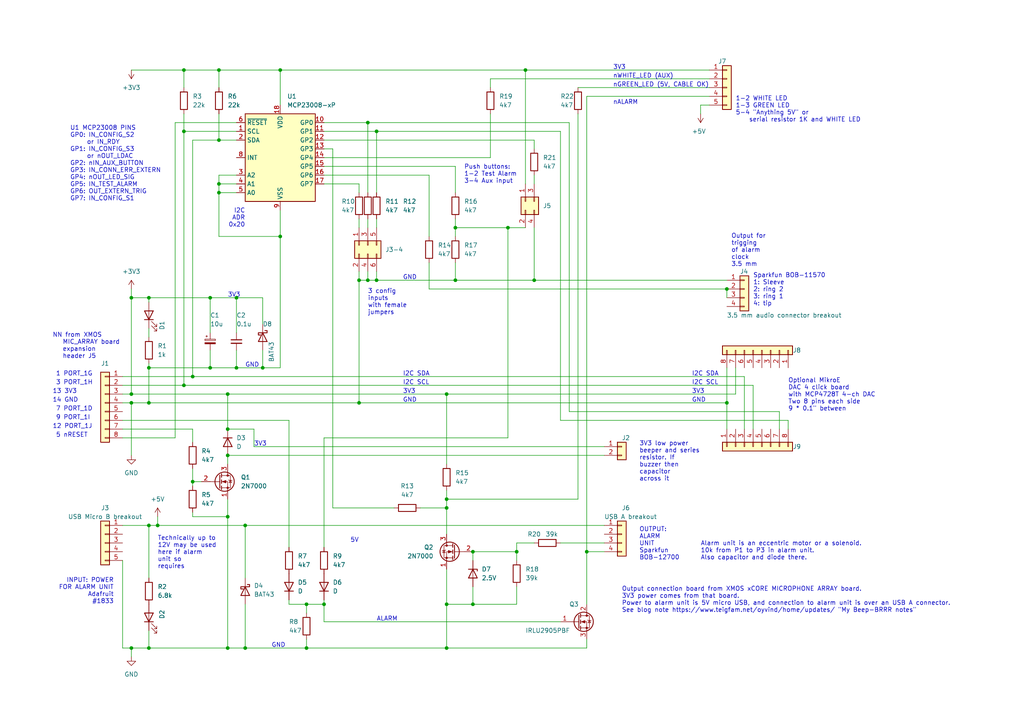
<source format=kicad_sch>
(kicad_sch (version 20211123) (generator eeschema)
  (paper "A4")
  (title_block (title "Beep-BRRR") (date "2022-03-23") (rev "0.9.7b"))
  (lib_symbols
    (symbol "Connector_Generic:Conn_01x02" (pin_names (offset 1.016) hide)
      (property "Reference" "J" (at 0 2.54 0))
      (property "Value" "Conn_01x02" (at 0 -5.08 0))
      (symbol "Conn_01x02_1_1"
        (rectangle (start -1.27 -2.413) (end 0 -2.667) (stroke (width 0.1524)))
        (rectangle (start -1.27 0.127) (end 0 -0.127) (stroke (width 0.1524)))
        (rectangle (start -1.27 1.27) (end 1.27 -3.81) (stroke (width 0.254)) (fill (type background)))
        (pin passive line (at -5.08 0 0) (length 3.81) (name "Pin_1") (number "1"))
        (pin passive line (at -5.08 -2.54 0) (length 3.81) (name "Pin_2") (number "2"))
      )
    )
    (symbol "Connector_Generic:Conn_01x04" (pin_names (offset 1.016) hide)
      (property "Reference" "J" (at 0 5.08 0))
      (property "Value" "Conn_01x04" (at 0 -7.62 0))
      (symbol "Conn_01x04_1_1"
        (rectangle (start -1.27 -4.953) (end 0 -5.207) (stroke (width 0.1524)))
        (rectangle (start -1.27 -2.413) (end 0 -2.667) (stroke (width 0.1524)))
        (rectangle (start -1.27 0.127) (end 0 -0.127) (stroke (width 0.1524)))
        (rectangle (start -1.27 2.667) (end 0 2.413) (stroke (width 0.1524)))
        (rectangle (start -1.27 3.81) (end 1.27 -6.35) (stroke (width 0.254)) (fill (type background)))
        (pin passive line (at -5.08 2.54 0) (length 3.81) (name "Pin_1") (number "1"))
        (pin passive line (at -5.08 0 0) (length 3.81) (name "Pin_2") (number "2"))
        (pin passive line (at -5.08 -2.54 0) (length 3.81) (name "Pin_3") (number "3"))
        (pin passive line (at -5.08 -5.08 0) (length 3.81) (name "Pin_4") (number "4"))
      )
    )
    (symbol "Connector_Generic:Conn_01x05" (pin_names (offset 1.016) hide)
      (property "Reference" "J" (at 0 7.62 0))
      (property "Value" "Conn_01x05" (at 0 -7.62 0))
      (symbol "Conn_01x05_1_1"
        (rectangle (start -1.27 -4.953) (end 0 -5.207) (stroke (width 0.1524)))
        (rectangle (start -1.27 -2.413) (end 0 -2.667) (stroke (width 0.1524)))
        (rectangle (start -1.27 0.127) (end 0 -0.127) (stroke (width 0.1524)))
        (rectangle (start -1.27 2.667) (end 0 2.413) (stroke (width 0.1524)))
        (rectangle (start -1.27 5.207) (end 0 4.953) (stroke (width 0.1524)))
        (rectangle (start -1.27 6.35) (end 1.27 -6.35) (stroke (width 0.254)) (fill (type background)))
        (pin passive line (at -5.08 5.08 0) (length 3.81) (name "Pin_1") (number "1"))
        (pin passive line (at -5.08 2.54 0) (length 3.81) (name "Pin_2") (number "2"))
        (pin passive line (at -5.08 0 0) (length 3.81) (name "Pin_3") (number "3"))
        (pin passive line (at -5.08 -2.54 0) (length 3.81) (name "Pin_4") (number "4"))
        (pin passive line (at -5.08 -5.08 0) (length 3.81) (name "Pin_5") (number "5"))
      )
    )
    (symbol "Connector_Generic:Conn_01x08" (pin_names (offset 1.016) hide)
      (property "Reference" "J" (at 0 10.16 0))
      (property "Value" "Conn_01x08" (at 0 -12.7 0))
      (symbol "Conn_01x08_1_1"
        (rectangle (start -1.27 -10.033) (end 0 -10.287) (stroke (width 0.1524)))
        (rectangle (start -1.27 -7.493) (end 0 -7.747) (stroke (width 0.1524)))
        (rectangle (start -1.27 -4.953) (end 0 -5.207) (stroke (width 0.1524)))
        (rectangle (start -1.27 -2.413) (end 0 -2.667) (stroke (width 0.1524)))
        (rectangle (start -1.27 0.127) (end 0 -0.127) (stroke (width 0.1524)))
        (rectangle (start -1.27 2.667) (end 0 2.413) (stroke (width 0.1524)))
        (rectangle (start -1.27 5.207) (end 0 4.953) (stroke (width 0.1524)))
        (rectangle (start -1.27 7.747) (end 0 7.493) (stroke (width 0.1524)))
        (rectangle (start -1.27 8.89) (end 1.27 -11.43) (stroke (width 0.254)) (fill (type background)))
        (pin passive line (at -5.08 7.62 0) (length 3.81) (name "Pin_1") (number "1"))
        (pin passive line (at -5.08 5.08 0) (length 3.81) (name "Pin_2") (number "2"))
        (pin passive line (at -5.08 2.54 0) (length 3.81) (name "Pin_3") (number "3"))
        (pin passive line (at -5.08 0 0) (length 3.81) (name "Pin_4") (number "4"))
        (pin passive line (at -5.08 -2.54 0) (length 3.81) (name "Pin_5") (number "5"))
        (pin passive line (at -5.08 -5.08 0) (length 3.81) (name "Pin_6") (number "6"))
        (pin passive line (at -5.08 -7.62 0) (length 3.81) (name "Pin_7") (number "7"))
        (pin passive line (at -5.08 -10.16 0) (length 3.81) (name "Pin_8") (number "8"))
      )
    )
    (symbol "Connector_Generic:Conn_02x02_Odd_Even" (pin_names (offset 1.016) hide)
      (property "Reference" "J" (at 1.27 2.54 0))
      (property "Value" "Conn_02x02_Odd_Even" (at 1.27 -5.08 0))
      (symbol "Conn_02x02_Odd_Even_1_1"
        (rectangle (start -1.27 -2.413) (end 0 -2.667) (stroke (width 0.1524)))
        (rectangle (start -1.27 0.127) (end 0 -0.127) (stroke (width 0.1524)))
        (rectangle (start -1.27 1.27) (end 3.81 -3.81) (stroke (width 0.254)) (fill (type background)))
        (rectangle (start 3.81 -2.413) (end 2.54 -2.667) (stroke (width 0.1524)))
        (rectangle (start 3.81 0.127) (end 2.54 -0.127) (stroke (width 0.1524)))
        (pin passive line (at -5.08 0 0) (length 3.81) (name "Pin_1") (number "1"))
        (pin passive line (at 7.62 0 180) (length 3.81) (name "Pin_2") (number "2"))
        (pin passive line (at -5.08 -2.54 0) (length 3.81) (name "Pin_3") (number "3"))
        (pin passive line (at 7.62 -2.54 180) (length 3.81) (name "Pin_4") (number "4"))
      )
    )
    (symbol "Connector_Generic:Conn_02x03_Odd_Even" (pin_names (offset 1.016) hide)
      (property "Reference" "J" (at 1.27 5.08 0))
      (property "Value" "Conn_02x03_Odd_Even" (at 1.27 -5.08 0))
      (symbol "Conn_02x03_Odd_Even_1_1"
        (rectangle (start -1.27 -2.413) (end 0 -2.667) (stroke (width 0.1524)))
        (rectangle (start -1.27 0.127) (end 0 -0.127) (stroke (width 0.1524)))
        (rectangle (start -1.27 2.667) (end 0 2.413) (stroke (width 0.1524)))
        (rectangle (start -1.27 3.81) (end 3.81 -3.81) (stroke (width 0.254)) (fill (type background)))
        (rectangle (start 3.81 -2.413) (end 2.54 -2.667) (stroke (width 0.1524)))
        (rectangle (start 3.81 0.127) (end 2.54 -0.127) (stroke (width 0.1524)))
        (rectangle (start 3.81 2.667) (end 2.54 2.413) (stroke (width 0.1524)))
        (pin passive line (at -5.08 2.54 0) (length 3.81) (name "Pin_1") (number "1"))
        (pin passive line (at 7.62 2.54 180) (length 3.81) (name "Pin_2") (number "2"))
        (pin passive line (at -5.08 0 0) (length 3.81) (name "Pin_3") (number "3"))
        (pin passive line (at 7.62 0 180) (length 3.81) (name "Pin_4") (number "4"))
        (pin passive line (at -5.08 -2.54 0) (length 3.81) (name "Pin_5") (number "5"))
        (pin passive line (at 7.62 -2.54 180) (length 3.81) (name "Pin_6") (number "6"))
      )
    )
    (symbol "Device:C_Polarized_Small" (pin_numbers hide) (pin_names (offset 0.254) hide)
      (property "Reference" "C" (at 0.254 1.778 0))
      (property "Value" "C_Polarized_Small" (at 0.254 -2.032 0))
      (symbol "C_Polarized_Small_0_1"
        (rectangle (start -1.524 -0.3048) (end 1.524 -0.6858) (fill (type outline)))
        (rectangle (start -1.524 0.6858) (end 1.524 0.3048))
        (polyline (pts (xy -1.27 1.524) (xy -0.762 1.524)))
        (polyline (pts (xy -1.016 1.27) (xy -1.016 1.778)))
      )
      (symbol "C_Polarized_Small_1_1"
        (pin passive line (at 0 2.54 270) (length 1.8542) (name "~") (number "1"))
        (pin passive line (at 0 -2.54 90) (length 1.8542) (name "~") (number "2"))
      )
    )
    (symbol "Device:C_Small" (pin_numbers hide) (pin_names (offset 0.254) hide)
      (property "Reference" "C" (at 0.254 1.778 0))
      (property "Value" "C_Small" (at 0.254 -2.032 0))
      (symbol "C_Small_0_1"
        (polyline (pts (xy -1.524 -0.508) (xy 1.524 -0.508)) (stroke (width 0.3302)))
        (polyline (pts (xy -1.524 0.508) (xy 1.524 0.508)) (stroke (width 0.3048)))
      )
      (symbol "C_Small_1_1"
        (pin passive line (at 0 2.54 270) (length 2.032) (name "~") (number "1"))
        (pin passive line (at 0 -2.54 90) (length 2.032) (name "~") (number "2"))
      )
    )
    (symbol "Device:D" (pin_numbers hide) (pin_names (offset 1.016) hide)
      (property "Reference" "D" (at 0 2.54 0))
      (property "Value" "D" (at 0 -2.54 0))
      (symbol "D_0_1"
        (polyline (pts (xy -1.27 1.27) (xy -1.27 -1.27)) (stroke (width 0.254)))
        (polyline (pts (xy 1.27 0) (xy -1.27 0)))
        (polyline (pts (xy 1.27 1.27) (xy 1.27 -1.27) (xy -1.27 0) (xy 1.27 1.27)) (stroke (width 0.254)))
      )
      (symbol "D_1_1"
        (pin passive line (at -3.81 0 0) (length 2.54) (name "K") (number "1"))
        (pin passive line (at 3.81 0 180) (length 2.54) (name "A") (number "2"))
      )
    )
    (symbol "Device:D_Zener" (pin_numbers hide) (pin_names (offset 1.016) hide)
      (property "Reference" "D" (at 0 2.54 0))
      (property "Value" "D_Zener" (at 0 -2.54 0))
      (symbol "D_Zener_0_1"
        (polyline (pts (xy 1.27 0) (xy -1.27 0)))
        (polyline (pts (xy -1.27 -1.27) (xy -1.27 1.27) (xy -0.762 1.27)) (stroke (width 0.254)))
        (polyline (pts (xy 1.27 -1.27) (xy 1.27 1.27) (xy -1.27 0) (xy 1.27 -1.27)) (stroke (width 0.254)))
      )
      (symbol "D_Zener_1_1"
        (pin passive line (at -3.81 0 0) (length 2.54) (name "K") (number "1"))
        (pin passive line (at 3.81 0 180) (length 2.54) (name "A") (number "2"))
      )
    )
    (symbol "Device:LED" (pin_numbers hide) (pin_names (offset 1.016) hide)
      (property "Reference" "D" (at 0 2.54 0))
      (property "Value" "LED" (at 0 -2.54 0))
      (symbol "LED_0_1"
        (polyline (pts (xy -1.27 -1.27) (xy -1.27 1.27)) (stroke (width 0.254)))
        (polyline (pts (xy -1.27 0) (xy 1.27 0)))
        (polyline (pts (xy 1.27 -1.27) (xy 1.27 1.27) (xy -1.27 0) (xy 1.27 -1.27)) (stroke (width 0.254)))
        (polyline (pts (xy -3.048 -0.762) (xy -4.572 -2.286) (xy -3.81 -2.286) (xy -4.572 -2.286) (xy -4.572 -1.524)))
        (polyline (pts (xy -1.778 -0.762) (xy -3.302 -2.286) (xy -2.54 -2.286) (xy -3.302 -2.286) (xy -3.302 -1.524)))
      )
      (symbol "LED_1_1"
        (pin passive line (at -3.81 0 0) (length 2.54) (name "K") (number "1"))
        (pin passive line (at 3.81 0 180) (length 2.54) (name "A") (number "2"))
      )
    )
    (symbol "Device:R" (pin_numbers hide) (pin_names (offset 0))
      (property "Reference" "R" (at 2.032 0 90))
      (property "Value" "R" (at 0 0 90))
      (symbol "R_0_1"
        (rectangle (start -1.016 -2.54) (end 1.016 2.54) (stroke (width 0.254)))
      )
      (symbol "R_1_1"
        (pin passive line (at 0 3.81 270) (length 1.27) (name "~") (number "1"))
        (pin passive line (at 0 -3.81 90) (length 1.27) (name "~") (number "2"))
      )
    )
    (symbol "Diode:BAT43" (pin_numbers hide) (pin_names (offset 1.016) hide)
      (property "Reference" "D" (at 0 2.54 0))
      (property "Value" "BAT43" (at 0 -2.54 0))
      (symbol "BAT43_0_1"
        (polyline (pts (xy 1.27 0) (xy -1.27 0)))
        (polyline (pts (xy 1.27 1.27) (xy 1.27 -1.27) (xy -1.27 0) (xy 1.27 1.27)) (stroke (width 0.254)))
        (polyline (pts (xy -1.905 0.635) (xy -1.905 1.27) (xy -1.27 1.27) (xy -1.27 -1.27) (xy -0.635 -1.27) (xy -0.635 -0.635)) (stroke (width 0.254)))
      )
      (symbol "BAT43_1_1"
        (pin passive line (at -3.81 0 0) (length 2.54) (name "K") (number "1"))
        (pin passive line (at 3.81 0 180) (length 2.54) (name "A") (number "2"))
      )
    )
    (symbol "Interface_Expansion:MCP23008-xP"
      (property "Reference" "U" (at -8.89 13.97 0))
      (property "Value" "MCP23008-xP" (at 8.89 13.97 0))
      (symbol "MCP23008-xP_0_1"
        (rectangle (start -10.16 12.7) (end 10.16 -12.7) (stroke (width 0.254)) (fill (type background)))
      )
      (symbol "MCP23008-xP_1_1"
        (pin input line (at -12.7 7.62 0) (length 2.54) (name "SCL") (number "1"))
        (pin bidirectional line (at 12.7 10.16 180) (length 2.54) (name "GP0") (number "10"))
        (pin bidirectional line (at 12.7 7.62 180) (length 2.54) (name "GP1") (number "11"))
        (pin bidirectional line (at 12.7 5.08 180) (length 2.54) (name "GP2") (number "12"))
        (pin bidirectional line (at 12.7 2.54 180) (length 2.54) (name "GP3") (number "13"))
        (pin bidirectional line (at 12.7 0 180) (length 2.54) (name "GP4") (number "14"))
        (pin bidirectional line (at 12.7 -2.54 180) (length 2.54) (name "GP5") (number "15"))
        (pin bidirectional line (at 12.7 -5.08 180) (length 2.54) (name "GP6") (number "16"))
        (pin bidirectional line (at 12.7 -7.62 180) (length 2.54) (name "GP7") (number "17"))
        (pin power_in line (at 0 15.24 270) (length 2.54) (name "VDD") (number "18"))
        (pin bidirectional line (at -12.7 5.08 0) (length 2.54) (name "SDA") (number "2"))
        (pin input line (at -12.7 -5.08 0) (length 2.54) (name "A2") (number "3"))
        (pin input line (at -12.7 -7.62 0) (length 2.54) (name "A1") (number "4"))
        (pin input line (at -12.7 -10.16 0) (length 2.54) (name "A0") (number "5"))
        (pin input line (at -12.7 10.16 0) (length 2.54) (name "~{RESET}") (number "6"))
        (pin no_connect line (at -10.16 -2.54 0) (length 2.54) hide (name "NC") (number "7"))
        (pin output line (at -12.7 0 0) (length 2.54) (name "INT") (number "8"))
        (pin power_in line (at 0 -15.24 90) (length 2.54) (name "VSS") (number "9"))
      )
    )
    (symbol "Transistor_FET:2N7000" (pin_names hide)
      (property "Reference" "Q" (at 5.08 1.905 0))
      (property "Value" "2N7000" (at 5.08 0 0))
      (symbol "2N7000_0_1"
        (polyline (pts (xy 0.254 0) (xy -2.54 0)))
        (polyline (pts (xy 0.254 1.905) (xy 0.254 -1.905)) (stroke (width 0.254)))
        (polyline (pts (xy 0.762 -1.27) (xy 0.762 -2.286)) (stroke (width 0.254)))
        (polyline (pts (xy 0.762 0.508) (xy 0.762 -0.508)) (stroke (width 0.254)))
        (polyline (pts (xy 0.762 2.286) (xy 0.762 1.27)) (stroke (width 0.254)))
        (polyline (pts (xy 2.54 2.54) (xy 2.54 1.778)))
        (polyline (pts (xy 2.54 -2.54) (xy 2.54 0) (xy 0.762 0)))
        (polyline (pts (xy 0.762 -1.778) (xy 3.302 -1.778) (xy 3.302 1.778) (xy 0.762 1.778)))
        (polyline (pts (xy 1.016 0) (xy 2.032 0.381) (xy 2.032 -0.381) (xy 1.016 0)) (fill (type outline)))
        (polyline (pts (xy 2.794 0.508) (xy 2.921 0.381) (xy 3.683 0.381) (xy 3.81 0.254)))
        (polyline (pts (xy 3.302 0.381) (xy 2.921 -0.254) (xy 3.683 -0.254) (xy 3.302 0.381)))
        (circle (center 1.651 0) (radius 2.794) (stroke (width 0.254)))
        (circle (center 2.54 -1.778) (radius 0.254) (fill (type outline)))
        (circle (center 2.54 1.778) (radius 0.254) (fill (type outline)))
      )
      (symbol "2N7000_1_1"
        (pin passive line (at 2.54 -5.08 90) (length 2.54) (name "S") (number "1"))
        (pin input line (at -5.08 0 0) (length 2.54) (name "G") (number "2"))
        (pin passive line (at 2.54 5.08 270) (length 2.54) (name "D") (number "3"))
      )
    )
    (symbol "Transistor_FET:IRF540N" (pin_names hide)
      (property "Reference" "Q" (at 6.35 1.905 0))
      (property "Value" "IRF540N" (at 6.35 0 0))
      (symbol "IRF540N_0_1"
        (polyline (pts (xy 0.254 0) (xy -2.54 0)))
        (polyline (pts (xy 0.254 1.905) (xy 0.254 -1.905)) (stroke (width 0.254)))
        (polyline (pts (xy 0.762 -1.27) (xy 0.762 -2.286)) (stroke (width 0.254)))
        (polyline (pts (xy 0.762 0.508) (xy 0.762 -0.508)) (stroke (width 0.254)))
        (polyline (pts (xy 0.762 2.286) (xy 0.762 1.27)) (stroke (width 0.254)))
        (polyline (pts (xy 2.54 2.54) (xy 2.54 1.778)))
        (polyline (pts (xy 2.54 -2.54) (xy 2.54 0) (xy 0.762 0)))
        (polyline (pts (xy 0.762 -1.778) (xy 3.302 -1.778) (xy 3.302 1.778) (xy 0.762 1.778)))
        (polyline (pts (xy 1.016 0) (xy 2.032 0.381) (xy 2.032 -0.381) (xy 1.016 0)) (fill (type outline)))
        (polyline (pts (xy 2.794 0.508) (xy 2.921 0.381) (xy 3.683 0.381) (xy 3.81 0.254)))
        (polyline (pts (xy 3.302 0.381) (xy 2.921 -0.254) (xy 3.683 -0.254) (xy 3.302 0.381)))
        (circle (center 1.651 0) (radius 2.794) (stroke (width 0.254)))
        (circle (center 2.54 -1.778) (radius 0.254) (fill (type outline)))
        (circle (center 2.54 1.778) (radius 0.254) (fill (type outline)))
      )
      (symbol "IRF540N_1_1"
        (pin input line (at -5.08 0 0) (length 2.54) (name "G") (number "1"))
        (pin passive line (at 2.54 5.08 270) (length 2.54) (name "D") (number "2"))
        (pin passive line (at 2.54 -5.08 90) (length 2.54) (name "S") (number "3"))
      )
    )
    (symbol "power:+3.3V" (power) (pin_names (offset 0))
      (property "Value" "+3.3V" (at 0 3.556 0))
      (symbol "+3.3V_0_1"
        (polyline (pts (xy -0.762 1.27) (xy 0 2.54)))
        (polyline (pts (xy 0 0) (xy 0 2.54)))
        (polyline (pts (xy 0 2.54) (xy 0.762 1.27)))
      )
      (symbol "+3.3V_1_1"
        (pin power_in line (at 0 0 90) (length 0) hide (name "+3V3") (number "1"))
      )
    )
    (symbol "power:+5V" (power) (pin_names (offset 0))
      (property "Value" "+5V" (at 0 3.556 0))
      (symbol "+5V_0_1"
        (polyline (pts (xy -0.762 1.27) (xy 0 2.54)))
        (polyline (pts (xy 0 0) (xy 0 2.54)))
        (polyline (pts (xy 0 2.54) (xy 0.762 1.27)))
      )
      (symbol "+5V_1_1"
        (pin power_in line (at 0 0 90) (length 0) hide (name "+5V") (number "1"))
      )
    )
    (symbol "power:GND" (power) (pin_names (offset 0))
      (property "Value" "GND" (at 0 -3.81 0))
      (symbol "GND_0_1"
        (polyline (pts (xy 0 0) (xy 0 -1.27) (xy 1.27 -1.27) (xy 0 -2.54) (xy -1.27 -1.27) (xy 0 -1.27)))
      )
      (symbol "GND_1_1"
        (pin power_in line (at 0 0 270) (length 0) hide (name "GND") (number "1"))
      )
    )
  )
  (junction (at 170.18 160.02))
  (junction (at 147.32 66.04))
  (junction (at 66.04 124.46))
  (junction (at 38.1 116.84))
  (junction (at 53.34 111.76))
  (junction (at 71.12 187.96))
  (junction (at 76.2 106.68))
  (junction (at 43.18 187.96))
  (junction (at 152.4 20.32))
  (junction (at 71.12 152.4))
  (junction (at 38.1 187.96))
  (junction (at 38.1 114.3))
  (junction (at 93.98 175.26))
  (junction (at 60.96 106.68))
  (junction (at 129.54 175.26))
  (junction (at 88.9 187.96))
  (junction (at 81.28 68.58))
  (junction (at 68.58 86.36))
  (junction (at 109.22 38.1))
  (junction (at 66.04 132.08))
  (junction (at 43.18 116.84))
  (junction (at 104.14 116.84))
  (junction (at 43.18 152.4))
  (junction (at 109.22 81.28))
  (junction (at 63.5 20.32))
  (junction (at 66.04 187.96))
  (junction (at 66.04 114.3))
  (junction (at 129.54 144.78))
  (junction (at 63.5 53.34))
  (junction (at 132.08 66.04))
  (junction (at 81.28 20.32))
  (junction (at 149.86 160.02))
  (junction (at 63.5 55.88))
  (junction (at 53.34 38.1))
  (junction (at 137.16 160.02))
  (junction (at 210.82 83.82))
  (junction (at 53.34 20.32))
  (junction (at 104.14 81.28))
  (junction (at 154.94 81.28))
  (junction (at 43.18 86.36))
  (junction (at 210.82 116.84))
  (junction (at 63.5 40.64))
  (junction (at 38.1 86.36))
  (junction (at 45.72 152.4))
  (junction (at 68.58 106.68))
  (junction (at 129.54 114.3))
  (junction (at 137.16 175.26))
  (junction (at 132.08 81.28))
  (junction (at 106.68 81.28))
  (junction (at 66.04 149.86))
  (junction (at 55.88 109.22))
  (junction (at 55.88 139.7))
  (junction (at 129.54 147.32))
  (junction (at 129.54 187.96))
  (junction (at 88.9 175.26))
  (junction (at 106.68 35.56))
  (junction (at 43.18 106.68))
  (junction (at 60.96 86.36))
  (wire (pts (xy 228.6 121.92) (xy 162.56 121.92)))
  (wire (pts (xy 129.54 165.1) (xy 129.54 175.26)))
  (wire (pts (xy 104.14 116.84) (xy 210.82 116.84)))
  (wire (pts (xy 165.1 35.56) (xy 165.1 119.38)))
  (wire (pts (xy 60.96 106.68) (xy 68.58 106.68)))
  (wire (pts (xy 104.14 53.34) (xy 104.14 55.88)))
  (wire (pts (xy 154.94 66.04) (xy 154.94 81.28)))
  (wire (pts (xy 129.54 175.26) (xy 129.54 187.96)))
  (wire (pts (xy 149.86 160.02) (xy 149.86 162.56)))
  (wire (pts (xy 43.18 86.36) (xy 43.18 87.63)))
  (wire (pts (xy 43.18 187.96) (xy 66.04 187.96)))
  (wire (pts (xy 106.68 81.28) (xy 109.22 81.28)))
  (wire (pts (xy 66.04 144.78) (xy 66.04 149.86)))
  (wire (pts (xy 68.58 55.88) (xy 63.5 55.88)))
  (wire (pts (xy 63.5 53.34) (xy 63.5 55.88)))
  (wire (pts (xy 68.58 106.68) (xy 68.58 101.6)))
  (wire (pts (xy 175.26 129.54) (xy 73.66 129.54)))
  (wire (pts (xy 93.98 40.64) (xy 154.94 40.64)))
  (wire (pts (xy 43.18 182.88) (xy 43.18 187.96)))
  (wire (pts (xy 167.64 25.4) (xy 205.74 25.4)))
  (wire (pts (xy 96.52 147.32) (xy 114.3 147.32)))
  (wire (pts (xy 152.4 20.32) (xy 205.74 20.32)))
  (wire (pts (xy 93.98 180.34) (xy 162.56 180.34)))
  (wire (pts (xy 45.72 152.4) (xy 71.12 152.4)))
  (wire (pts (xy 106.68 35.56) (xy 165.1 35.56)))
  (wire (pts (xy 93.98 53.34) (xy 104.14 53.34)))
  (wire (pts (xy 129.54 114.3) (xy 129.54 134.62)))
  (wire (pts (xy 104.14 81.28) (xy 104.14 116.84)))
  (wire (pts (xy 55.88 139.7) (xy 58.42 139.7)))
  (wire (pts (xy 109.22 38.1) (xy 109.22 55.88)))
  (wire (pts (xy 60.96 86.36) (xy 60.96 96.52)))
  (wire (pts (xy 43.18 152.4) (xy 43.18 167.64)))
  (wire (pts (xy 83.82 175.26) (xy 83.82 173.99)))
  (wire (pts (xy 83.82 175.26) (xy 88.9 175.26)))
  (wire (pts (xy 63.5 50.8) (xy 63.5 53.34)))
  (wire (pts (xy 60.96 86.36) (xy 68.58 86.36)))
  (wire (pts (xy 106.68 81.28) (xy 106.68 78.74)))
  (wire (pts (xy 35.56 109.22) (xy 55.88 109.22)))
  (wire (pts (xy 152.4 20.32) (xy 152.4 53.34)))
  (wire (pts (xy 38.1 86.36) (xy 43.18 86.36)))
  (wire (pts (xy 210.82 83.82) (xy 210.82 86.36)))
  (wire (pts (xy 104.14 78.74) (xy 104.14 81.28)))
  (wire (pts (xy 165.1 119.38) (xy 226.06 119.38)))
  (wire (pts (xy 170.18 160.02) (xy 175.26 160.02)))
  (wire (pts (xy 104.14 63.5) (xy 104.14 66.04)))
  (wire (pts (xy 88.9 175.26) (xy 93.98 175.26)))
  (wire (pts (xy 68.58 50.8) (xy 63.5 50.8)))
  (wire (pts (xy 63.5 40.64) (xy 68.58 40.64)))
  (wire (pts (xy 93.98 45.72) (xy 142.24 45.72)))
  (wire (pts (xy 83.82 121.92) (xy 83.82 158.75)))
  (wire (pts (xy 132.08 66.04) (xy 132.08 68.58)))
  (wire (pts (xy 38.1 20.32) (xy 53.34 20.32)))
  (wire (pts (xy 129.54 175.26) (xy 137.16 175.26)))
  (wire (pts (xy 53.34 38.1) (xy 53.34 111.76)))
  (wire (pts (xy 154.94 40.64) (xy 154.94 43.18)))
  (wire (pts (xy 43.18 106.68) (xy 43.18 116.84)))
  (wire (pts (xy 210.82 106.68) (xy 210.82 116.84)))
  (wire (pts (xy 121.92 147.32) (xy 129.54 147.32)))
  (wire (pts (xy 66.04 124.46) (xy 73.66 124.46)))
  (wire (pts (xy 205.74 22.86) (xy 142.24 22.86)))
  (wire (pts (xy 38.1 187.96) (xy 38.1 190.5)))
  (wire (pts (xy 132.08 66.04) (xy 147.32 66.04)))
  (wire (pts (xy 66.04 149.86) (xy 66.04 187.96)))
  (wire (pts (xy 68.58 106.68) (xy 76.2 106.68)))
  (wire (pts (xy 53.34 38.1) (xy 68.58 38.1)))
  (wire (pts (xy 213.36 114.3) (xy 213.36 106.68)))
  (wire (pts (xy 50.8 35.56) (xy 50.8 127)))
  (wire (pts (xy 43.18 95.25) (xy 43.18 97.79)))
  (wire (pts (xy 63.5 68.58) (xy 81.28 68.58)))
  (wire (pts (xy 109.22 81.28) (xy 132.08 81.28)))
  (wire (pts (xy 129.54 144.78) (xy 129.54 147.32)))
  (wire (pts (xy 106.68 63.5) (xy 106.68 66.04)))
  (wire (pts (xy 124.46 83.82) (xy 210.82 83.82)))
  (wire (pts (xy 104.14 81.28) (xy 106.68 81.28)))
  (wire (pts (xy 38.1 86.36) (xy 38.1 114.3)))
  (wire (pts (xy 170.18 185.42) (xy 170.18 187.96)))
  (wire (pts (xy 71.12 152.4) (xy 175.26 152.4)))
  (wire (pts (xy 60.96 106.68) (xy 60.96 101.6)))
  (wire (pts (xy 154.94 50.8) (xy 154.94 53.34)))
  (wire (pts (xy 129.54 147.32) (xy 129.54 154.94)))
  (wire (pts (xy 162.56 157.48) (xy 175.26 157.48)))
  (wire (pts (xy 76.2 101.6) (xy 76.2 106.68)))
  (wire (pts (xy 71.12 187.96) (xy 88.9 187.96)))
  (wire (pts (xy 73.66 129.54) (xy 73.66 124.46)))
  (wire (pts (xy 109.22 63.5) (xy 109.22 66.04)))
  (wire (pts (xy 66.04 132.08) (xy 175.26 132.08)))
  (wire (pts (xy 55.88 148.59) (xy 55.88 149.86)))
  (wire (pts (xy 215.9 109.22) (xy 215.9 124.46)))
  (wire (pts (xy 53.34 33.02) (xy 53.34 38.1)))
  (wire (pts (xy 137.16 160.02) (xy 149.86 160.02)))
  (wire (pts (xy 129.54 144.78) (xy 167.64 144.78)))
  (wire (pts (xy 129.54 114.3) (xy 213.36 114.3)))
  (wire (pts (xy 43.18 105.41) (xy 43.18 106.68)))
  (wire (pts (xy 71.12 152.4) (xy 71.12 167.64)))
  (wire (pts (xy 210.82 116.84) (xy 210.82 124.46)))
  (wire (pts (xy 147.32 66.04) (xy 147.32 127)))
  (wire (pts (xy 149.86 170.18) (xy 149.86 175.26)))
  (wire (pts (xy 55.88 135.89) (xy 55.88 139.7)))
  (wire (pts (xy 88.9 187.96) (xy 129.54 187.96)))
  (wire (pts (xy 93.98 50.8) (xy 124.46 50.8)))
  (wire (pts (xy 55.88 124.46) (xy 55.88 128.27)))
  (wire (pts (xy 88.9 185.42) (xy 88.9 187.96)))
  (wire (pts (xy 35.56 111.76) (xy 53.34 111.76)))
  (wire (pts (xy 93.98 43.18) (xy 96.52 43.18)))
  (wire (pts (xy 63.5 33.02) (xy 63.5 40.64)))
  (wire (pts (xy 68.58 86.36) (xy 68.58 96.52)))
  (wire (pts (xy 38.1 114.3) (xy 66.04 114.3)))
  (wire (pts (xy 35.56 124.46) (xy 55.88 124.46)))
  (wire (pts (xy 35.56 152.4) (xy 43.18 152.4)))
  (wire (pts (xy 96.52 43.18) (xy 96.52 147.32)))
  (wire (pts (xy 35.56 187.96) (xy 38.1 187.96)))
  (wire (pts (xy 106.68 35.56) (xy 106.68 55.88)))
  (wire (pts (xy 93.98 173.99) (xy 93.98 175.26)))
  (wire (pts (xy 38.1 116.84) (xy 38.1 132.08)))
  (wire (pts (xy 228.6 124.46) (xy 228.6 121.92)))
  (wire (pts (xy 93.98 38.1) (xy 109.22 38.1)))
  (wire (pts (xy 55.88 140.97) (xy 55.88 139.7)))
  (wire (pts (xy 53.34 111.76) (xy 218.44 111.76)))
  (wire (pts (xy 81.28 68.58) (xy 81.28 106.68)))
  (wire (pts (xy 154.94 157.48) (xy 149.86 157.48)))
  (wire (pts (xy 63.5 55.88) (xy 63.5 68.58)))
  (wire (pts (xy 43.18 106.68) (xy 60.96 106.68)))
  (wire (pts (xy 132.08 48.26) (xy 132.08 55.88)))
  (wire (pts (xy 43.18 116.84) (xy 104.14 116.84)))
  (wire (pts (xy 205.74 30.48) (xy 203.2 30.48)))
  (wire (pts (xy 124.46 50.8) (xy 124.46 68.58)))
  (wire (pts (xy 38.1 116.84) (xy 43.18 116.84)))
  (wire (pts (xy 68.58 86.36) (xy 76.2 86.36)))
  (wire (pts (xy 147.32 66.04) (xy 152.4 66.04)))
  (wire (pts (xy 71.12 175.26) (xy 71.12 187.96)))
  (wire (pts (xy 170.18 27.94) (xy 170.18 160.02)))
  (wire (pts (xy 35.56 121.92) (xy 83.82 121.92)))
  (wire (pts (xy 53.34 20.32) (xy 63.5 20.32)))
  (wire (pts (xy 63.5 20.32) (xy 81.28 20.32)))
  (wire (pts (xy 147.32 127) (xy 93.98 127)))
  (wire (pts (xy 124.46 76.2) (xy 124.46 83.82)))
  (wire (pts (xy 137.16 175.26) (xy 149.86 175.26)))
  (wire (pts (xy 154.94 81.28) (xy 210.82 81.28)))
  (wire (pts (xy 226.06 119.38) (xy 226.06 124.46)))
  (wire (pts (xy 137.16 170.18) (xy 137.16 175.26)))
  (wire (pts (xy 81.28 20.32) (xy 81.28 30.48)))
  (wire (pts (xy 142.24 33.02) (xy 142.24 45.72)))
  (wire (pts (xy 170.18 160.02) (xy 170.18 175.26)))
  (wire (pts (xy 35.56 127) (xy 50.8 127)))
  (wire (pts (xy 66.04 132.08) (xy 66.04 134.62)))
  (wire (pts (xy 35.56 114.3) (xy 38.1 114.3)))
  (wire (pts (xy 50.8 35.56) (xy 68.58 35.56)))
  (wire (pts (xy 66.04 114.3) (xy 129.54 114.3)))
  (wire (pts (xy 45.72 149.86) (xy 45.72 152.4)))
  (wire (pts (xy 167.64 33.02) (xy 167.64 144.78)))
  (wire (pts (xy 203.2 30.48) (xy 203.2 33.02)))
  (wire (pts (xy 43.18 152.4) (xy 45.72 152.4)))
  (wire (pts (xy 35.56 116.84) (xy 38.1 116.84)))
  (wire (pts (xy 76.2 93.98) (xy 76.2 86.36)))
  (wire (pts (xy 170.18 27.94) (xy 205.74 27.94)))
  (wire (pts (xy 149.86 157.48) (xy 149.86 160.02)))
  (wire (pts (xy 109.22 38.1) (xy 162.56 38.1)))
  (wire (pts (xy 53.34 20.32) (xy 53.34 25.4)))
  (wire (pts (xy 76.2 106.68) (xy 81.28 106.68)))
  (wire (pts (xy 55.88 109.22) (xy 215.9 109.22)))
  (wire (pts (xy 66.04 187.96) (xy 71.12 187.96)))
  (wire (pts (xy 43.18 86.36) (xy 60.96 86.36)))
  (wire (pts (xy 93.98 35.56) (xy 106.68 35.56)))
  (wire (pts (xy 35.56 162.56) (xy 35.56 187.96)))
  (wire (pts (xy 66.04 114.3) (xy 66.04 124.46)))
  (wire (pts (xy 55.88 149.86) (xy 66.04 149.86)))
  (wire (pts (xy 132.08 76.2) (xy 132.08 81.28)))
  (wire (pts (xy 68.58 53.34) (xy 63.5 53.34)))
  (wire (pts (xy 81.28 60.96) (xy 81.28 68.58)))
  (wire (pts (xy 93.98 48.26) (xy 132.08 48.26)))
  (wire (pts (xy 63.5 20.32) (xy 63.5 25.4)))
  (wire (pts (xy 109.22 78.74) (xy 109.22 81.28)))
  (wire (pts (xy 93.98 127) (xy 93.98 158.75)))
  (wire (pts (xy 162.56 121.92) (xy 162.56 38.1)))
  (wire (pts (xy 218.44 111.76) (xy 218.44 124.46)))
  (wire (pts (xy 142.24 22.86) (xy 142.24 25.4)))
  (wire (pts (xy 38.1 83.82) (xy 38.1 86.36)))
  (wire (pts (xy 55.88 40.64) (xy 55.88 109.22)))
  (wire (pts (xy 81.28 20.32) (xy 152.4 20.32)))
  (wire (pts (xy 88.9 175.26) (xy 88.9 177.8)))
  (wire (pts (xy 137.16 160.02) (xy 137.16 162.56)))
  (wire (pts (xy 93.98 175.26) (xy 93.98 180.34)))
  (wire (pts (xy 55.88 40.64) (xy 63.5 40.64)))
  (wire (pts (xy 132.08 81.28) (xy 154.94 81.28)))
  (wire (pts (xy 132.08 63.5) (xy 132.08 66.04)))
  (wire (pts (xy 38.1 187.96) (xy 43.18 187.96)))
  (wire (pts (xy 129.54 187.96) (xy 170.18 187.96)))
  (wire (pts (xy 129.54 142.24) (xy 129.54 144.78)))
  (text "NN from XMOS\n   MIC_ARRAY board\n   expansion\n   header J5" (at 15.24 104.14 0) (effects (font (size 1.27 1.27)) (justify left bottom)))
  (text "GND" (at 200.66 116.84 0) (effects (font (size 1.27 1.27)) (justify left bottom)))
  (text "nWHITE_LED (AUX)" (at 177.8 22.86 0) (effects (font (size 1.27 1.27)) (justify left bottom)))
  (text "3V3" (at 116.84 114.3 0) (effects (font (size 1.27 1.27)) (justify left bottom)))
  (text "1-2 WHITE LED\n1-3 GREEN LED\n5-4 \"Anything 5V\" or \n    serial resistor 1K and WHITE LED" (at 213.36 35.56 0) (effects (font (size 1.27 1.27)) (justify left bottom)))
  (text "I2C\nADR\n0x20" (at 71.12 66.04 180) (effects (font (size 1.27 1.27)) (justify right bottom)))
  (text " 5 nRESET" (at 15.24 127 0) (effects (font (size 1.27 1.27)) (justify left bottom)))
  (text " 3 PORT_1H" (at 15.24 111.76 0) (effects (font (size 1.27 1.27)) (justify left bottom)))
  (text "Output connection board from XMOS xCORE MICROPHONE ARRAY board.\n3V3 power comes from that board.\nPower to alarm unit is 5V micro USB, and connection to alarm unit is over an USB A connector. \nSee blog note https://www.teigfam.net/oyvind/home/updates/ \"My Beep-BRRR notes\"" (at 180.34 177.8 0) (effects (font (size 1.27 1.27)) (justify left bottom)))
  (text "I2C SCL" (at 116.84 111.76 0) (effects (font (size 1.27 1.27)) (justify left bottom)))
  (text "3V3" (at 73.66 129.54 0) (effects (font (size 1.27 1.27)) (justify left bottom)))
  (text "ALARM" (at 109.22 180.34 0) (effects (font (size 1.27 1.27)) (justify left bottom)))
  (text "3V3 low power\nbeeper and series\nresistor. If \nbuzzer then \ncapacitor \nacross it" (at 185.42 139.7 0) (effects (font (size 1.27 1.27)) (justify left bottom)))
  (text "nALARM" (at 177.8 30.48 0) (effects (font (size 1.27 1.27)) (justify left bottom)))
  (text "13 3V3" (at 15.24 114.3 0) (effects (font (size 1.27 1.27)) (justify left bottom)))
  (text " 9 PORT_1I" (at 15.24 121.92 0) (effects (font (size 1.27 1.27)) (justify left bottom)))
  (text "3V3" (at 200.66 114.3 0) (effects (font (size 1.27 1.27)) (justify left bottom)))
  (text "I2C SCL" (at 200.66 111.76 0) (effects (font (size 1.27 1.27)) (justify left bottom)))
  (text "Optional MikroE\nDAC 4 click board\nwith MCP4728T 4-ch DAC\nTwo 8 pins each side\n9 * 0.1\" between" (at 228.6 119.38 0) (effects (font (size 1.27 1.27)) (justify left bottom)))
  (text "GND" (at 71.12 106.68 0) (effects (font (size 1.27 1.27)) (justify left bottom)))
  (text "14 GND" (at 15.24 116.84 0) (effects (font (size 1.27 1.27)) (justify left bottom)))
  (text "Sparkfun BOB-11570\n1: Sleeve\n2: ring 2\n3: ring 1\n4: tip" (at 218.44 88.9 0) (effects (font (size 1.27 1.27)) (justify left bottom)))
  (text "Output for\ntrigging\nof alarm\nclock\n3.5 mm" (at 212.09 77.47 0) (effects (font (size 1.27 1.27)) (justify left bottom)))
  (text "I2C SDA" (at 116.84 109.22 0) (effects (font (size 1.27 1.27)) (justify left bottom)))
  (text " 7 PORT_1D" (at 15.24 119.38 0) (effects (font (size 1.27 1.27)) (justify left bottom)))
  (text "GND" (at 116.84 81.28 0) (effects (font (size 1.27 1.27)) (justify left bottom)))
  (text "OUTPUT:\nALARM\nUNIT\nSparkfun \nBOB-12700" (at 185.42 162.56 0) (effects (font (size 1.27 1.27)) (justify left bottom)))
  (text "Push buttons:\n1-2 Test Alarm\n3-4 Aux input" (at 134.62 53.34 0) (effects (font (size 1.27 1.27)) (justify left bottom)))
  (text "3 config\ninputs\nwith female \njumpers" (at 106.68 91.44 0) (effects (font (size 1.27 1.27)) (justify left bottom)))
  (text "I2C SDA" (at 200.66 109.22 0) (effects (font (size 1.27 1.27)) (justify left bottom)))
  (text "U1 MCP23008 PINS\nGP0: IN_CONFIG_S2 \n     or IN_RDY\nGP1: IN_CONFIG_S3 \n     or nOUT_LDAC\nGP2: nIN_AUX_BUTTON\nGP3: IN_CONN_ERR_EXTERN\nGP4: nOUT_LED_SIG\nGP5: IN_TEST_ALARM\nGP6: OUT_EXTERN_TRIG\nGP7: IN_CONFIG_S1" (at 20.32 58.42 0) (effects (font (size 1.27 1.27)) (justify left bottom)))
  (text "3V3" (at 177.8 20.32 0) (effects (font (size 1.27 1.27)) (justify left bottom)))
  (text "GND" (at 116.84 116.84 0) (effects (font (size 1.27 1.27)) (justify left bottom)))
  (text "INPUT: POWER\nFOR ALARM UNIT\nAdafruit\n#1833" (at 33.02 175.26 180) (effects (font (size 1.27 1.27)) (justify right bottom)))
  (text "12 PORT_1J" (at 15.24 124.46 0) (effects (font (size 1.27 1.27)) (justify left bottom)))
  (text "Alarm unit is an eccentric motor or a solenoid. \n10k from P1 to P3 in alarm unit. \nAlso capacitor and diode there." (at 203.2 162.56 0) (effects (font (size 1.27 1.27)) (justify left bottom)))
  (text "GND" (at 78.74 187.96 0) (effects (font (size 1.27 1.27)) (justify left bottom)))
  (text "3V3" (at 66.04 86.36 0) (effects (font (size 1.27 1.27)) (justify left bottom)))
  (text "Technically up to\n12V may be used\nhere if alarm \nunit so \nrequires" (at 45.72 165.1 0) (effects (font (size 1.27 1.27)) (justify left bottom)))
  (text " 1 PORT_1G" (at 15.24 109.22 0) (effects (font (size 1.27 1.27)) (justify left bottom)))
  (text "5V" (at 101.6 157.48 0) (effects (font (size 1.27 1.27)) (justify left bottom)))
  (text "nGREEN_LED (5V, CABLE OK)" (at 177.8 25.4 0) (effects (font (size 1.27 1.27)) (justify left bottom)))
  (symbol (lib_id "Connector_Generic:Conn_01x08") (at 30.48 116.84 0) (mirror y) (unit 1)
    (property "Reference" "J1" (at 30.48 105.41 0))
    (property "Value" "Conn_01x08" (effects hide))
    (property "Footprint" "Connector_PinHeader_2.54mm:PinHeader_1x08_P2.54mm_Vertical" (effects hide))
  )
  (symbol (lib_id "Device:R") (at 53.34 29.21 0) (unit 1)
    (property "Reference" "R3" (at 55.88 27.9399 0) (effects (justify left)))
    (property "Value" "22k" (at 55.88 30.4799 0) (effects (justify left)))
    (property "Footprint" "Resistor_THT:R_Axial_DIN0204_L3.6mm_D1.6mm_P2.54mm_Vertical" (effects hide))
  )
  (symbol (lib_id "power:+5V") (at 45.72 149.86 0) (unit 1)
    (property "Reference" "#PWR0106" (effects hide))
    (property "Value" "+5V" (at 45.72 144.78 0))
  )
  (symbol (lib_id "Device:R") (at 154.94 46.99 0) (unit 1)
    (property "Reference" "R21" (at 157.48 45.7199 0) (effects (justify left)))
    (property "Value" "4k7" (at 157.48 48.2599 0) (effects (justify left)))
    (property "Footprint" "Resistor_THT:R_Axial_DIN0204_L3.6mm_D1.6mm_P2.54mm_Vertical" (effects hide))
  )
  (symbol (lib_id "Device:R") (at 83.82 162.56 0) (unit 1)
    (property "Reference" "R7" (at 86.36 161.2899 0) (effects (justify left)))
    (property "Value" "4k7" (at 86.36 163.8299 0) (effects (justify left)))
    (property "Footprint" "Resistor_THT:R_Axial_DIN0204_L3.6mm_D1.6mm_P2.54mm_Vertical" (effects hide))
  )
  (symbol (lib_id "Device:R") (at 109.22 59.69 0) (unit 1)
    (property "Reference" "R12" (at 116.84 58.42 0) (effects (justify left)))
    (property "Value" "4k7" (at 116.84 60.96 0) (effects (justify left)))
    (property "Footprint" "Resistor_THT:R_Axial_DIN0204_L3.6mm_D1.6mm_P2.54mm_Vertical" (effects hide))
  )
  (symbol (lib_id "Device:D") (at 93.98 170.18 90) (unit 1)
    (property "Reference" "D6" (at 96.52 168.9099 90) (effects (justify right)))
    (property "Value" "D" (at 96.52 171.4499 90) (effects (justify right)))
    (property "Footprint" "Diode_THT:D_A-405_P2.54mm_Vertical_KathodeUp" (effects hide))
  )
  (symbol (lib_id "Transistor_FET:2N7000") (at 132.08 160.02 0) (mirror y) (unit 1)
    (property "Reference" "Q2" (at 125.73 158.7499 0) (effects (justify left)))
    (property "Value" "2N7000" (at 125.73 161.2899 0) (effects (justify left)))
    (property "Footprint" "Package_TO_SOT_THT:TO-92S_Wide" (effects hide))
    (property "Datasheet" "https://www.onsemi.com/pub/Collateral/NDS7002A-D.PDF" (effects hide))
  )
  (symbol (lib_id "Device:R") (at 132.08 72.39 0) (unit 1)
    (property "Reference" "R17" (at 134.62 71.1199 0) (effects (justify left)))
    (property "Value" "4k7" (at 134.62 73.6599 0) (effects (justify left)))
    (property "Footprint" "Resistor_THT:R_Axial_DIN0204_L3.6mm_D1.6mm_P2.54mm_Vertical" (effects hide))
  )
  (symbol (lib_id "Device:R") (at 104.14 59.69 0) (unit 1)
    (property "Reference" "R10" (at 99.06 58.42 0) (effects (justify left)))
    (property "Value" "4k7" (at 99.06 60.96 0) (effects (justify left)))
    (property "Footprint" "Resistor_THT:R_Axial_DIN0204_L3.6mm_D1.6mm_P2.54mm_Vertical" (effects hide))
  )
  (symbol (lib_id "Device:R") (at 129.54 138.43 0) (unit 1)
    (property "Reference" "R15" (at 132.08 137.1599 0) (effects (justify left)))
    (property "Value" "4k7" (at 132.08 139.6999 0) (effects (justify left)))
    (property "Footprint" "Resistor_THT:R_Axial_DIN0204_L3.6mm_D1.6mm_P2.54mm_Vertical" (effects hide))
  )
  (symbol (lib_id "Device:D_Zener") (at 137.16 166.37 270) (unit 1)
    (property "Reference" "D7" (at 139.7 165.0999 90) (effects (justify left)))
    (property "Value" "2.5V" (at 139.7 167.6399 90) (effects (justify left)))
    (property "Footprint" "Diode_THT:D_A-405_P2.54mm_Vertical_KathodeUp" (effects hide))
  )
  (symbol (lib_id "power:+5V") (at 203.2 33.02 180) (unit 1)
    (property "Reference" "#PWR0104" (effects hide))
    (property "Value" "+5V" (at 200.66 38.1 0) (effects (justify right)))
  )
  (symbol (lib_id "Diode:BAT43") (at 76.2 97.79 270) (unit 1)
    (property "Reference" "D8" (at 76.2 93.98 90) (effects (justify left)))
    (property "Value" "BAT43" (at 78.74 99.06 0) (effects (justify left)))
    (property "Footprint" "Diode_THT:D_A-405_P2.54mm_Vertical_KathodeUp" (effects hide))
    (property "Datasheet" "http://www.vishay.com/docs/85660/bat42.pdf" (effects hide))
  )
  (symbol (lib_id "Connector_Generic:Conn_01x08") (at 220.98 101.6 270) (mirror x) (unit 1)
    (property "Reference" "J8" (at 231.14 101.6 90))
    (property "Value" "Conn_01x08" (effects hide))
    (property "Footprint" "Connector_PinSocket_2.54mm:PinSocket_1x08_P2.54mm_Vertical" (effects hide))
  )
  (symbol (lib_id "Device:R") (at 93.98 162.56 0) (unit 1)
    (property "Reference" "R9" (at 96.52 161.2899 0) (effects (justify left)))
    (property "Value" "4k7" (at 96.52 163.8299 0) (effects (justify left)))
    (property "Footprint" "Resistor_THT:R_Axial_DIN0204_L3.6mm_D1.6mm_P2.54mm_Vertical" (effects hide))
  )
  (symbol (lib_id "Connector_Generic:Conn_01x04") (at 180.34 154.94 0) (unit 1)
    (property "Reference" "J6" (at 180.34 147.32 0) (effects (justify left)))
    (property "Value" "USB A breakout" (at 175.26 149.86 0) (effects (justify left)))
    (property "Footprint" "Connector_PinHeader_2.54mm:PinHeader_1x04_P2.54mm_Vertical" (effects hide))
  )
  (symbol (lib_id "Connector_Generic:Conn_01x04") (at 215.9 83.82 0) (unit 1)
    (property "Reference" "J4" (at 214.63 78.74 0) (effects (justify left)))
    (property "Value" "3.5 mm audio connector breakout" (at 210.82 91.44 0) (effects (justify left)))
    (property "Footprint" "Connector_PinHeader_2.54mm:PinHeader_1x04_P2.54mm_Vertical" (effects hide))
  )
  (symbol (lib_id "Connector_Generic:Conn_02x03_Odd_Even") (at 106.68 71.12 90) (mirror x) (unit 1)
    (property "Reference" "J3-4" (at 111.76 72.3899 90) (effects (justify right)))
    (property "Value" "Conn_02x03_Odd_Even" (effects hide))
    (property "Footprint" "Connector_PinHeader_2.54mm:PinHeader_2x03_P2.54mm_Vertical" (effects hide))
  )
  (symbol (lib_id "Interface_Expansion:MCP23008-xP") (at 81.28 45.72 0) (unit 1)
    (property "Reference" "U1" (at 83.2994 27.94 0) (effects (justify left)))
    (property "Value" "MCP23008-xP" (at 83.2994 30.48 0) (effects (justify left)))
    (property "Footprint" "Package_DIP:DIP-18_W7.62mm" (effects hide))
    (property "Datasheet" "http://ww1.microchip.com/downloads/en/DeviceDoc/MCP23008-MCP23S08-Data-Sheet-20001919F.pdf" (effects hide))
  )
  (symbol (lib_id "Connector_Generic:Conn_01x05") (at 210.82 25.4 0) (unit 1)
    (property "Reference" "J7" (at 208.28 17.78 0) (effects (justify left)))
    (property "Value" "Conn_01x08" (effects hide))
    (property "Footprint" "Connector_PinSocket_2.54mm:PinSocket_1x05_P2.54mm_Vertical" (effects hide))
  )
  (symbol (lib_id "Device:R") (at 88.9 181.61 0) (unit 1)
    (property "Reference" "R8" (at 83.82 180.34 0) (effects (justify left)))
    (property "Value" "4k7" (at 83.82 182.88 0) (effects (justify left)))
    (property "Footprint" "Resistor_THT:R_Axial_DIN0204_L3.6mm_D1.6mm_P2.54mm_Vertical" (effects hide))
  )
  (symbol (lib_id "Device:R") (at 106.68 59.69 0) (unit 1)
    (property "Reference" "R11" (at 111.76 58.42 0) (effects (justify left)))
    (property "Value" "4k7" (at 111.76 60.96 0) (effects (justify left)))
    (property "Footprint" "Resistor_THT:R_Axial_DIN0204_L3.6mm_D1.6mm_P2.54mm_Vertical" (effects hide))
  )
  (symbol (lib_id "Device:C_Small") (at 68.58 99.06 0) (unit 1)
    (property "Reference" "C2" (at 68.58 91.44 0) (effects (justify left)))
    (property "Value" "0.1u" (at 68.58 93.98 0) (effects (justify left)))
    (property "Footprint" "Capacitor_THT:C_Disc_D3.4mm_W2.1mm_P2.50mm" (effects hide))
  )
  (symbol (lib_id "Device:LED") (at 43.18 179.07 90) (unit 1)
    (property "Reference" "D2" (at 46.99 176.8474 0) (effects (justify right)))
    (property "Value" "LED" (effects hide))
    (property "Footprint" "LED_THT:LED_D3.0mm" (effects hide))
  )
  (symbol (lib_id "Device:R") (at 63.5 29.21 0) (unit 1)
    (property "Reference" "R6" (at 66.04 27.9399 0) (effects (justify left)))
    (property "Value" "22k" (at 66.04 30.4799 0) (effects (justify left)))
    (property "Footprint" "Resistor_THT:R_Axial_DIN0204_L3.6mm_D1.6mm_P2.54mm_Vertical" (effects hide))
  )
  (symbol (lib_id "Connector_Generic:Conn_02x02_Odd_Even") (at 152.4 58.42 90) (mirror x) (unit 1)
    (property "Reference" "J5" (at 157.48 59.6899 90) (effects (justify right)))
    (property "Value" "Conn_02x02_Odd_Even" (effects hide))
    (property "Footprint" "Connector_PinHeader_2.54mm:PinHeader_2x02_P2.54mm_Vertical" (effects hide))
  )
  (symbol (lib_id "Diode:BAT43") (at 71.12 171.45 270) (unit 1)
    (property "Reference" "D4" (at 73.66 169.8624 90) (effects (justify left)))
    (property "Value" "BAT43" (at 73.66 172.4024 90) (effects (justify left)))
    (property "Footprint" "Diode_THT:D_A-405_P2.54mm_Vertical_KathodeUp" (effects hide))
    (property "Datasheet" "http://www.vishay.com/docs/85660/bat42.pdf" (effects hide))
  )
  (symbol (lib_id "Device:R") (at 55.88 144.78 0) (unit 1)
    (property "Reference" "R5" (at 58.42 143.5099 0) (effects (justify left)))
    (property "Value" "4k7" (at 58.42 146.0499 0) (effects (justify left)))
    (property "Footprint" "Resistor_THT:R_Axial_DIN0204_L3.6mm_D1.6mm_P2.54mm_Vertical" (effects hide))
  )
  (symbol (lib_id "power:GND") (at 38.1 132.08 0) (unit 1)
    (property "Reference" "#PWR0103" (effects hide))
    (property "Value" "GND" (at 38.1 137.16 0))
  )
  (symbol (lib_id "Device:C_Polarized_Small") (at 60.96 99.06 0) (unit 1)
    (property "Reference" "C1" (at 60.96 91.44 0) (effects (justify left)))
    (property "Value" "10u" (at 60.96 93.98 0) (effects (justify left)))
    (property "Footprint" "Capacitor_THT:CP_Radial_D5.0mm_P2.50mm" (effects hide))
  )
  (symbol (lib_id "Device:R") (at 124.46 72.39 0) (unit 1)
    (property "Reference" "R14" (at 127 71.1199 0) (effects (justify left)))
    (property "Value" "4k7" (at 127 73.6599 0) (effects (justify left)))
    (property "Footprint" "Resistor_THT:R_Axial_DIN0204_L3.6mm_D1.6mm_P2.54mm_Vertical" (effects hide))
  )
  (symbol (lib_id "Device:R") (at 43.18 171.45 0) (unit 1)
    (property "Reference" "R2" (at 45.72 170.18 0) (effects (justify left)))
    (property "Value" "6.8k" (at 45.72 172.72 0) (effects (justify left)))
    (property "Footprint" "Resistor_THT:R_Axial_DIN0204_L3.6mm_D1.6mm_P2.54mm_Vertical" (effects hide))
  )
  (symbol (lib_id "Device:D") (at 66.04 128.27 270) (unit 1)
    (property "Reference" "D3" (at 68.58 126.9999 90) (effects (justify left)))
    (property "Value" "D" (at 68.58 129.5399 90) (effects (justify left)))
    (property "Footprint" "Diode_THT:D_A-405_P2.54mm_Vertical_KathodeUp" (effects hide))
  )
  (symbol (lib_id "Device:R") (at 132.08 59.69 0) (unit 1)
    (property "Reference" "R16" (at 134.62 58.4199 0) (effects (justify left)))
    (property "Value" "4k7" (at 134.62 60.9599 0) (effects (justify left)))
    (property "Footprint" "Resistor_THT:R_Axial_DIN0204_L3.6mm_D1.6mm_P2.54mm_Vertical" (effects hide))
  )
  (symbol (lib_id "Transistor_FET:2N7000") (at 63.5 139.7 0) (unit 1)
    (property "Reference" "Q1" (at 69.85 138.4299 0) (effects (justify left)))
    (property "Value" "2N7000" (at 69.85 140.9699 0) (effects (justify left)))
    (property "Footprint" "Package_TO_SOT_THT:TO-92S_Wide" (effects hide))
    (property "Datasheet" "https://www.onsemi.com/pub/Collateral/NDS7002A-D.PDF" (effects hide))
  )
  (symbol (lib_id "power:+3.3V") (at 38.1 83.82 0) (unit 1)
    (property "Reference" "#PWR0102" (effects hide))
    (property "Value" "+3.3V" (at 38.1 78.74 0))
  )
  (symbol (lib_id "Device:R") (at 142.24 29.21 0) (unit 1)
    (property "Reference" "R19" (at 144.78 27.9399 0) (effects (justify left)))
    (property "Value" "4k7" (at 144.78 30.4799 0) (effects (justify left)))
    (property "Footprint" "Resistor_THT:R_Axial_DIN0204_L3.6mm_D1.6mm_P2.54mm_Vertical" (effects hide))
  )
  (symbol (lib_id "Transistor_FET:IRF540N") (at 167.64 180.34 0) (unit 1)
    (property "Reference" "Q3" (at 165.1 175.26 0) (effects (justify left)))
    (property "Value" "IRLU2905PBF" (at 152.4 182.88 0) (effects (justify left)))
    (property "Footprint" "Package_TO_SOT_THT:TO-92S_Wide" (effects hide))
    (property "Datasheet" "https://www.elfadistrelec.no/Web/Downloads/05/_e/lgIRLR-IRLU2905_E.pdf" (effects hide))
  )
  (symbol (lib_id "Device:R") (at 118.11 147.32 90) (unit 1)
    (property "Reference" "R13" (at 118.11 140.97 90))
    (property "Value" "4k7" (at 118.11 143.51 90))
    (property "Footprint" "Resistor_THT:R_Axial_DIN0204_L3.6mm_D1.6mm_P2.54mm_Vertical" (effects hide))
  )
  (symbol (lib_id "Device:R") (at 158.75 157.48 270) (unit 1)
    (property "Reference" "R20" (at 154.94 154.94 90))
    (property "Value" "39k" (at 160.02 154.94 90))
    (property "Footprint" "Resistor_THT:R_Axial_DIN0204_L3.6mm_D1.6mm_P2.54mm_Vertical" (effects hide))
  )
  (symbol (lib_id "power:GND") (at 38.1 190.5 0) (unit 1)
    (property "Reference" "#PWR0101" (effects hide))
    (property "Value" "GND" (at 38.1 195.58 0))
  )
  (symbol (lib_id "Device:R") (at 55.88 132.08 0) (unit 1)
    (property "Reference" "R4" (at 58.42 130.8099 0) (effects (justify left)))
    (property "Value" "4k7" (at 58.42 133.3499 0) (effects (justify left)))
    (property "Footprint" "Resistor_THT:R_Axial_DIN0204_L3.6mm_D1.6mm_P2.54mm_Vertical" (effects hide))
  )
  (symbol (lib_id "Connector_Generic:Conn_01x02") (at 180.34 129.54 0) (unit 1)
    (property "Reference" "J2" (at 180.34 127 0) (effects (justify left)))
    (property "Value" "Conn_01x02" (effects hide))
    (property "Footprint" "Connector_PinHeader_2.54mm:PinHeader_1x02_P2.54mm_Vertical" (effects hide))
  )
  (symbol (lib_id "Device:R") (at 167.64 29.21 0) (unit 1)
    (property "Reference" "R22" (at 162.56 27.94 0) (effects (justify left)))
    (property "Value" "4k7" (at 162.56 30.48 0) (effects (justify left)))
    (property "Footprint" "Resistor_THT:R_Axial_DIN0204_L3.6mm_D1.6mm_P2.54mm_Vertical" (effects hide))
  )
  (symbol (lib_id "Connector_Generic:Conn_01x08") (at 218.44 129.54 90) (mirror x) (unit 1)
    (property "Reference" "J9" (at 231.14 129.54 90))
    (property "Value" "Conn_01x08" (effects hide))
    (property "Footprint" "Connector_PinSocket_2.54mm:PinSocket_1x08_P2.54mm_Vertical" (effects hide))
  )
  (symbol (lib_id "Connector_Generic:Conn_01x05") (at 30.48 157.48 0) (mirror y) (unit 1)
    (property "Reference" "J3" (at 30.48 147.32 0))
    (property "Value" "USB Micro B breakout" (at 30.48 149.86 0))
    (property "Footprint" "Connector_PinHeader_2.54mm:PinHeader_1x05_P2.54mm_Vertical" (effects hide))
  )
  (symbol (lib_id "power:+3.3V") (at 38.1 20.32 180) (unit 1)
    (property "Reference" "#PWR0105" (effects hide))
    (property "Value" "+3.3V" (at 38.1 25.4 0))
  )
  (symbol (lib_id "Device:R") (at 149.86 166.37 0) (unit 1)
    (property "Reference" "R18" (at 152.4 165.0999 0) (effects (justify left)))
    (property "Value" "39k" (at 152.4 167.6399 0) (effects (justify left)))
    (property "Footprint" "Resistor_THT:R_Axial_DIN0204_L3.6mm_D1.6mm_P2.54mm_Vertical" (effects hide))
  )
  (symbol (lib_id "Device:R") (at 43.18 101.6 0) (unit 1)
    (property "Reference" "R1" (at 45.72 100.33 0) (effects (justify left)))
    (property "Value" "1k" (at 45.72 102.87 0) (effects (justify left)))
    (property "Footprint" "Resistor_THT:R_Axial_DIN0204_L3.6mm_D1.6mm_P2.54mm_Vertical" (effects hide))
  )
  (symbol (lib_id "Device:LED") (at 43.18 91.44 90) (unit 1)
    (property "Reference" "D1" (at 46.99 93.0274 0) (effects (justify right)))
    (property "Value" "LED" (effects hide))
    (property "Footprint" "LED_THT:LED_D3.0mm" (effects hide))
  )
  (symbol (lib_id "Device:D") (at 83.82 170.18 90) (unit 1)
    (property "Reference" "D5" (at 86.36 168.9099 90) (effects (justify right)))
    (property "Value" "D" (at 86.36 171.4499 90) (effects (justify right)))
    (property "Footprint" "Diode_THT:D_A-405_P2.54mm_Vertical_KathodeUp" (effects hide))
  )
)
</source>
